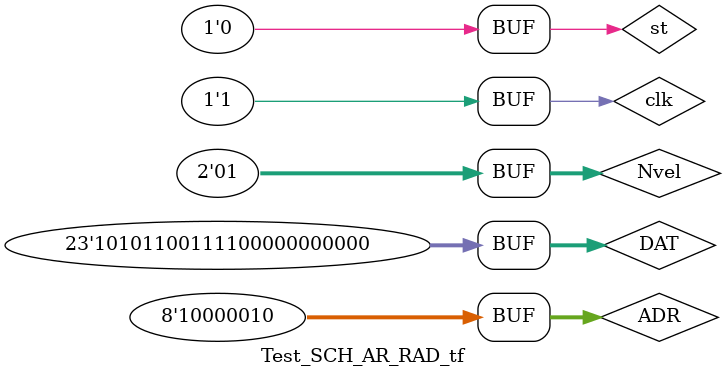
<source format=v>
`timescale 1ns / 1ps


module Test_SCH_AR_RAD_tf;

	// Inputs
	reg clk;
	reg [1:0] Nvel;
	reg [7:0] ADR;
	reg [22:0] DAT;
	reg st;

	// Outputs
	wire ce_tx;
	wire TXD1;
	wire TXD0;
	wire SLP;
	wire en_tx_dat;
	wire T_cp_tx;
	wire FT_tx;
	wire SDAT;
	wire QM;
	wire [5:0] cb_bit_tx;
	wire en_tx_word;
	wire [22:0] sr_dat_rx;
	wire [7:0] sr_adr_rx;
	wire ce_wr;
	wire [4:0] cb_bit_rx;
	wire FT_cp_rx;
	wire res;

	// Instantiate the Unit Under Test (UUT)
	Test_Sch_AR_RAD uut (
		.clk(clk), 
		.ce_tx(ce_tx), 
		.Nvel(Nvel), 
		.TXD1(TXD1), 
		.ADR(ADR), 
		.TXD0(TXD0), 
		.DAT(DAT), 
		.SLP(SLP), 
		.st(st), 
		.en_tx_dat(en_tx_dat), 
		.T_cp_tx(T_cp_tx), 
		.FT_tx(FT_tx), 
		.SDAT(SDAT), 
		.QM(QM), 
		.cb_bit_tx(cb_bit_tx), 
		.en_tx_word(en_tx_word), 
		.sr_dat_rx(sr_dat_rx), 
		.sr_adr_rx(sr_adr_rx), 
		.ce_wr(ce_wr), 
		.cb_bit_rx(cb_bit_rx), 
		.FT_cp_rx(FT_cp_rx), 
		.res(res)
	);

	parameter Tclk=20; //Tclk=20ns
	always begin clk=1'b0; #(Tclk/2) clk=1'b1; #(Tclk/2); end
	initial begin
	st = 0; 
	Nvel = 1;
	ADR = 8'b00000000;
	DAT = 23'h000000;
	#1005; st = 1; Nvel = 1; ADR = 8'b11111111; DAT = 23'h111111;
	#20; st = 0; Nvel = 1; ADR = 8'b11111111; DAT = 23'h111111;
	
	#720005; st = 1; Nvel = 1; ADR = 8'b10000010; DAT = 23'h567800;
	#20; st = 0; Nvel = 1; ADR = 8'b10000010; DAT = 23'h567800;
	end
      
endmodule


</source>
